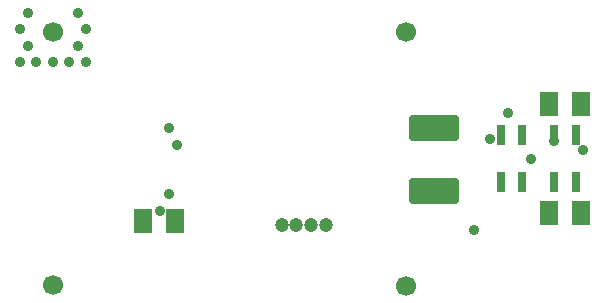
<source format=gbs>
G04*
G04 #@! TF.GenerationSoftware,Altium Limited,Altium Designer,21.6.1 (37)*
G04*
G04 Layer_Color=16711935*
%FSLAX44Y44*%
%MOMM*%
G71*
G04*
G04 #@! TF.SameCoordinates,9FB014CB-82BC-4BCF-9562-701BA5A7175F*
G04*
G04*
G04 #@! TF.FilePolarity,Negative*
G04*
G01*
G75*
%ADD45C,0.9000*%
%ADD57C,1.2000*%
%ADD58C,1.7000*%
%ADD64R,0.7874X1.6510*%
%ADD67R,1.5800X2.0200*%
G04:AMPARAMS|DCode=68|XSize=2.2mm|YSize=4.2mm|CornerRadius=0.17mm|HoleSize=0mm|Usage=FLASHONLY|Rotation=270.000|XOffset=0mm|YOffset=0mm|HoleType=Round|Shape=RoundedRectangle|*
%AMROUNDEDRECTD68*
21,1,2.2000,3.8600,0,0,270.0*
21,1,1.8600,4.2000,0,0,270.0*
1,1,0.3400,-1.9300,-0.9300*
1,1,0.3400,-1.9300,0.9300*
1,1,0.3400,1.9300,0.9300*
1,1,0.3400,1.9300,-0.9300*
%
%ADD68ROUNDEDRECTD68*%
D45*
X364000Y364000D02*
D03*
X371000Y350000D02*
D03*
X364000Y308000D02*
D03*
X357000Y294000D02*
D03*
X294000Y448000D02*
D03*
Y420000D02*
D03*
X287000Y462000D02*
D03*
Y434000D02*
D03*
X280000Y420000D02*
D03*
X266000D02*
D03*
X252000D02*
D03*
X245000Y462000D02*
D03*
X238000Y448000D02*
D03*
X245000Y434000D02*
D03*
X238000Y420000D02*
D03*
X715309Y345439D02*
D03*
X690500Y353400D02*
D03*
X651295Y376530D02*
D03*
X635757Y354572D02*
D03*
X671208Y338007D02*
D03*
X622565Y278078D02*
D03*
D57*
X497303Y281737D02*
D03*
X459803D02*
D03*
X472303D02*
D03*
X484803D02*
D03*
D58*
X564700Y445300D02*
D03*
X266200Y231700D02*
D03*
Y445300D02*
D03*
X564700Y230700D02*
D03*
D64*
X663600Y358155D02*
D03*
X645600D02*
D03*
Y318155D02*
D03*
X663600D02*
D03*
X708700Y358155D02*
D03*
X690700D02*
D03*
Y318155D02*
D03*
X708700D02*
D03*
D67*
X685710Y292538D02*
D03*
X713090D02*
D03*
Y384800D02*
D03*
X685710D02*
D03*
X369880Y285300D02*
D03*
X342500D02*
D03*
D68*
X588604Y364471D02*
D03*
Y311271D02*
D03*
M02*

</source>
